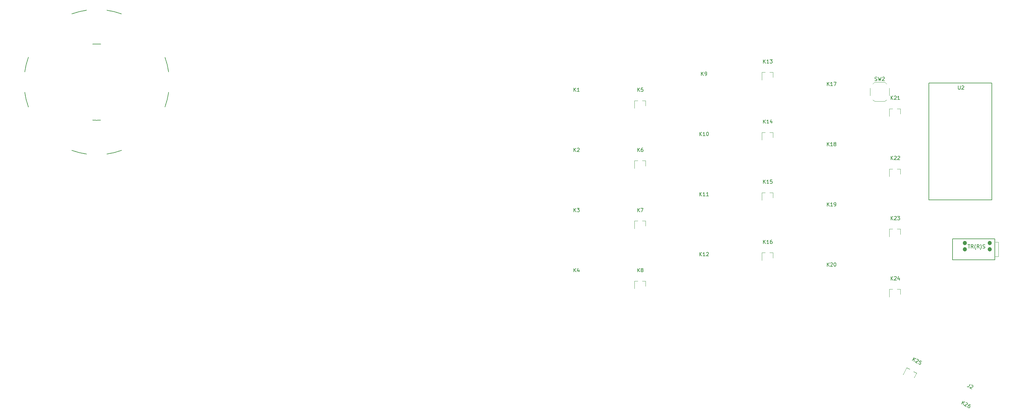
<source format=gbr>
%TF.GenerationSoftware,KiCad,Pcbnew,7.0.6*%
%TF.CreationDate,2023-11-22T22:17:55+08:00*%
%TF.ProjectId,handfull,68616e64-6675-46c6-9c2e-6b696361645f,rev?*%
%TF.SameCoordinates,Original*%
%TF.FileFunction,Legend,Top*%
%TF.FilePolarity,Positive*%
%FSLAX46Y46*%
G04 Gerber Fmt 4.6, Leading zero omitted, Abs format (unit mm)*
G04 Created by KiCad (PCBNEW 7.0.6) date 2023-11-22 22:17:55*
%MOMM*%
%LPD*%
G01*
G04 APERTURE LIST*
%ADD10C,0.150000*%
%ADD11C,0.153000*%
%ADD12C,0.120000*%
%ADD13C,0.200000*%
%ADD14C,1.200000*%
G04 APERTURE END LIST*
D10*
X194806901Y-138262226D02*
X195279452Y-137380923D01*
X195310503Y-138532255D02*
X195202831Y-137826132D01*
X195783054Y-137650952D02*
X195009423Y-137884525D01*
X196073784Y-137914905D02*
X196138253Y-137895441D01*
X196138253Y-137895441D02*
X196244689Y-137898479D01*
X196244689Y-137898479D02*
X196454523Y-138010991D01*
X196454523Y-138010991D02*
X196515954Y-138097962D01*
X196515954Y-138097962D02*
X196535419Y-138162432D01*
X196535419Y-138162432D02*
X196532381Y-138268868D01*
X196532381Y-138268868D02*
X196487376Y-138352801D01*
X196487376Y-138352801D02*
X196377902Y-138456199D01*
X196377902Y-138456199D02*
X195604271Y-138689772D01*
X195604271Y-138689772D02*
X196149840Y-138982304D01*
X197377794Y-138506044D02*
X197209926Y-138416034D01*
X197209926Y-138416034D02*
X197103490Y-138412996D01*
X197103490Y-138412996D02*
X197039021Y-138432461D01*
X197039021Y-138432461D02*
X196887580Y-138513356D01*
X196887580Y-138513356D02*
X196755603Y-138658721D01*
X196755603Y-138658721D02*
X196575584Y-138994456D01*
X196575584Y-138994456D02*
X196572546Y-139100892D01*
X196572546Y-139100892D02*
X196592011Y-139165361D01*
X196592011Y-139165361D02*
X196653442Y-139252333D01*
X196653442Y-139252333D02*
X196821309Y-139342342D01*
X196821309Y-139342342D02*
X196927745Y-139345380D01*
X196927745Y-139345380D02*
X196992214Y-139325916D01*
X196992214Y-139325916D02*
X197079186Y-139264485D01*
X197079186Y-139264485D02*
X197191698Y-139054651D01*
X197191698Y-139054651D02*
X197194736Y-138948215D01*
X197194736Y-138948215D02*
X197175272Y-138883745D01*
X197175272Y-138883745D02*
X197113841Y-138796774D01*
X197113841Y-138796774D02*
X196945973Y-138706764D01*
X196945973Y-138706764D02*
X196839537Y-138703726D01*
X196839537Y-138703726D02*
X196775068Y-138723190D01*
X196775068Y-138723190D02*
X196688096Y-138784622D01*
X180954732Y-125983197D02*
X181427283Y-125101894D01*
X181458334Y-126253226D02*
X181350662Y-125547103D01*
X181930885Y-125371923D02*
X181157254Y-125605496D01*
X182221615Y-125635876D02*
X182286084Y-125616412D01*
X182286084Y-125616412D02*
X182392520Y-125619450D01*
X182392520Y-125619450D02*
X182602354Y-125731962D01*
X182602354Y-125731962D02*
X182663785Y-125818933D01*
X182663785Y-125818933D02*
X182683250Y-125883403D01*
X182683250Y-125883403D02*
X182680212Y-125989839D01*
X182680212Y-125989839D02*
X182635207Y-126073772D01*
X182635207Y-126073772D02*
X182525733Y-126177170D01*
X182525733Y-126177170D02*
X181752102Y-126410743D01*
X181752102Y-126410743D02*
X182297671Y-126703275D01*
X183567591Y-126249517D02*
X183147923Y-126024493D01*
X183147923Y-126024493D02*
X182880932Y-126421659D01*
X182880932Y-126421659D02*
X182945401Y-126402195D01*
X182945401Y-126402195D02*
X183051837Y-126405233D01*
X183051837Y-126405233D02*
X183261672Y-126517745D01*
X183261672Y-126517745D02*
X183323103Y-126604716D01*
X183323103Y-126604716D02*
X183342567Y-126669186D01*
X183342567Y-126669186D02*
X183339529Y-126775622D01*
X183339529Y-126775622D02*
X183227017Y-126985456D01*
X183227017Y-126985456D02*
X183140045Y-127046887D01*
X183140045Y-127046887D02*
X183075576Y-127066351D01*
X183075576Y-127066351D02*
X182969140Y-127063313D01*
X182969140Y-127063313D02*
X182759306Y-126950801D01*
X182759306Y-126950801D02*
X182697875Y-126863830D01*
X182697875Y-126863830D02*
X182678410Y-126799360D01*
D11*
X170376667Y-46867044D02*
X170519524Y-46914663D01*
X170519524Y-46914663D02*
X170757619Y-46914663D01*
X170757619Y-46914663D02*
X170852857Y-46867044D01*
X170852857Y-46867044D02*
X170900476Y-46819424D01*
X170900476Y-46819424D02*
X170948095Y-46724186D01*
X170948095Y-46724186D02*
X170948095Y-46628948D01*
X170948095Y-46628948D02*
X170900476Y-46533710D01*
X170900476Y-46533710D02*
X170852857Y-46486091D01*
X170852857Y-46486091D02*
X170757619Y-46438472D01*
X170757619Y-46438472D02*
X170567143Y-46390853D01*
X170567143Y-46390853D02*
X170471905Y-46343234D01*
X170471905Y-46343234D02*
X170424286Y-46295615D01*
X170424286Y-46295615D02*
X170376667Y-46200377D01*
X170376667Y-46200377D02*
X170376667Y-46105139D01*
X170376667Y-46105139D02*
X170424286Y-46009901D01*
X170424286Y-46009901D02*
X170471905Y-45962282D01*
X170471905Y-45962282D02*
X170567143Y-45914663D01*
X170567143Y-45914663D02*
X170805238Y-45914663D01*
X170805238Y-45914663D02*
X170948095Y-45962282D01*
X171281429Y-45914663D02*
X171519524Y-46914663D01*
X171519524Y-46914663D02*
X171710000Y-46200377D01*
X171710000Y-46200377D02*
X171900476Y-46914663D01*
X171900476Y-46914663D02*
X172138572Y-45914663D01*
X172471905Y-46009901D02*
X172519524Y-45962282D01*
X172519524Y-45962282D02*
X172614762Y-45914663D01*
X172614762Y-45914663D02*
X172852857Y-45914663D01*
X172852857Y-45914663D02*
X172948095Y-45962282D01*
X172948095Y-45962282D02*
X172995714Y-46009901D01*
X172995714Y-46009901D02*
X173043333Y-46105139D01*
X173043333Y-46105139D02*
X173043333Y-46200377D01*
X173043333Y-46200377D02*
X172995714Y-46343234D01*
X172995714Y-46343234D02*
X172424286Y-46914663D01*
X172424286Y-46914663D02*
X173043333Y-46914663D01*
D10*
X193898095Y-48374819D02*
X193898095Y-49184342D01*
X193898095Y-49184342D02*
X193945714Y-49279580D01*
X193945714Y-49279580D02*
X193993333Y-49327200D01*
X193993333Y-49327200D02*
X194088571Y-49374819D01*
X194088571Y-49374819D02*
X194279047Y-49374819D01*
X194279047Y-49374819D02*
X194374285Y-49327200D01*
X194374285Y-49327200D02*
X194421904Y-49279580D01*
X194421904Y-49279580D02*
X194469523Y-49184342D01*
X194469523Y-49184342D02*
X194469523Y-48374819D01*
X194898095Y-48470057D02*
X194945714Y-48422438D01*
X194945714Y-48422438D02*
X195040952Y-48374819D01*
X195040952Y-48374819D02*
X195279047Y-48374819D01*
X195279047Y-48374819D02*
X195374285Y-48422438D01*
X195374285Y-48422438D02*
X195421904Y-48470057D01*
X195421904Y-48470057D02*
X195469523Y-48565295D01*
X195469523Y-48565295D02*
X195469523Y-48660533D01*
X195469523Y-48660533D02*
X195421904Y-48803390D01*
X195421904Y-48803390D02*
X194850476Y-49374819D01*
X194850476Y-49374819D02*
X195469523Y-49374819D01*
X85361905Y-83954819D02*
X85361905Y-82954819D01*
X85933333Y-83954819D02*
X85504762Y-83383390D01*
X85933333Y-82954819D02*
X85361905Y-83526247D01*
X86266667Y-82954819D02*
X86885714Y-82954819D01*
X86885714Y-82954819D02*
X86552381Y-83335771D01*
X86552381Y-83335771D02*
X86695238Y-83335771D01*
X86695238Y-83335771D02*
X86790476Y-83383390D01*
X86790476Y-83383390D02*
X86838095Y-83431009D01*
X86838095Y-83431009D02*
X86885714Y-83526247D01*
X86885714Y-83526247D02*
X86885714Y-83764342D01*
X86885714Y-83764342D02*
X86838095Y-83859580D01*
X86838095Y-83859580D02*
X86790476Y-83907200D01*
X86790476Y-83907200D02*
X86695238Y-83954819D01*
X86695238Y-83954819D02*
X86409524Y-83954819D01*
X86409524Y-83954819D02*
X86314286Y-83907200D01*
X86314286Y-83907200D02*
X86266667Y-83859580D01*
X103361905Y-83954819D02*
X103361905Y-82954819D01*
X103933333Y-83954819D02*
X103504762Y-83383390D01*
X103933333Y-82954819D02*
X103361905Y-83526247D01*
X104266667Y-82954819D02*
X104933333Y-82954819D01*
X104933333Y-82954819D02*
X104504762Y-83954819D01*
X138885714Y-92954819D02*
X138885714Y-91954819D01*
X139457142Y-92954819D02*
X139028571Y-92383390D01*
X139457142Y-91954819D02*
X138885714Y-92526247D01*
X140409523Y-92954819D02*
X139838095Y-92954819D01*
X140123809Y-92954819D02*
X140123809Y-91954819D01*
X140123809Y-91954819D02*
X140028571Y-92097676D01*
X140028571Y-92097676D02*
X139933333Y-92192914D01*
X139933333Y-92192914D02*
X139838095Y-92240533D01*
X141266666Y-91954819D02*
X141076190Y-91954819D01*
X141076190Y-91954819D02*
X140980952Y-92002438D01*
X140980952Y-92002438D02*
X140933333Y-92050057D01*
X140933333Y-92050057D02*
X140838095Y-92192914D01*
X140838095Y-92192914D02*
X140790476Y-92383390D01*
X140790476Y-92383390D02*
X140790476Y-92764342D01*
X140790476Y-92764342D02*
X140838095Y-92859580D01*
X140838095Y-92859580D02*
X140885714Y-92907200D01*
X140885714Y-92907200D02*
X140980952Y-92954819D01*
X140980952Y-92954819D02*
X141171428Y-92954819D01*
X141171428Y-92954819D02*
X141266666Y-92907200D01*
X141266666Y-92907200D02*
X141314285Y-92859580D01*
X141314285Y-92859580D02*
X141361904Y-92764342D01*
X141361904Y-92764342D02*
X141361904Y-92526247D01*
X141361904Y-92526247D02*
X141314285Y-92431009D01*
X141314285Y-92431009D02*
X141266666Y-92383390D01*
X141266666Y-92383390D02*
X141171428Y-92335771D01*
X141171428Y-92335771D02*
X140980952Y-92335771D01*
X140980952Y-92335771D02*
X140885714Y-92383390D01*
X140885714Y-92383390D02*
X140838095Y-92431009D01*
X140838095Y-92431009D02*
X140790476Y-92526247D01*
X156885714Y-48354819D02*
X156885714Y-47354819D01*
X157457142Y-48354819D02*
X157028571Y-47783390D01*
X157457142Y-47354819D02*
X156885714Y-47926247D01*
X158409523Y-48354819D02*
X157838095Y-48354819D01*
X158123809Y-48354819D02*
X158123809Y-47354819D01*
X158123809Y-47354819D02*
X158028571Y-47497676D01*
X158028571Y-47497676D02*
X157933333Y-47592914D01*
X157933333Y-47592914D02*
X157838095Y-47640533D01*
X158742857Y-47354819D02*
X159409523Y-47354819D01*
X159409523Y-47354819D02*
X158980952Y-48354819D01*
X120885714Y-79454819D02*
X120885714Y-78454819D01*
X121457142Y-79454819D02*
X121028571Y-78883390D01*
X121457142Y-78454819D02*
X120885714Y-79026247D01*
X122409523Y-79454819D02*
X121838095Y-79454819D01*
X122123809Y-79454819D02*
X122123809Y-78454819D01*
X122123809Y-78454819D02*
X122028571Y-78597676D01*
X122028571Y-78597676D02*
X121933333Y-78692914D01*
X121933333Y-78692914D02*
X121838095Y-78740533D01*
X123361904Y-79454819D02*
X122790476Y-79454819D01*
X123076190Y-79454819D02*
X123076190Y-78454819D01*
X123076190Y-78454819D02*
X122980952Y-78597676D01*
X122980952Y-78597676D02*
X122885714Y-78692914D01*
X122885714Y-78692914D02*
X122790476Y-78740533D01*
X103361905Y-49954819D02*
X103361905Y-48954819D01*
X103933333Y-49954819D02*
X103504762Y-49383390D01*
X103933333Y-48954819D02*
X103361905Y-49526247D01*
X104838095Y-48954819D02*
X104361905Y-48954819D01*
X104361905Y-48954819D02*
X104314286Y-49431009D01*
X104314286Y-49431009D02*
X104361905Y-49383390D01*
X104361905Y-49383390D02*
X104457143Y-49335771D01*
X104457143Y-49335771D02*
X104695238Y-49335771D01*
X104695238Y-49335771D02*
X104790476Y-49383390D01*
X104790476Y-49383390D02*
X104838095Y-49431009D01*
X104838095Y-49431009D02*
X104885714Y-49526247D01*
X104885714Y-49526247D02*
X104885714Y-49764342D01*
X104885714Y-49764342D02*
X104838095Y-49859580D01*
X104838095Y-49859580D02*
X104790476Y-49907200D01*
X104790476Y-49907200D02*
X104695238Y-49954819D01*
X104695238Y-49954819D02*
X104457143Y-49954819D01*
X104457143Y-49954819D02*
X104361905Y-49907200D01*
X104361905Y-49907200D02*
X104314286Y-49859580D01*
X174885714Y-86254819D02*
X174885714Y-85254819D01*
X175457142Y-86254819D02*
X175028571Y-85683390D01*
X175457142Y-85254819D02*
X174885714Y-85826247D01*
X175838095Y-85350057D02*
X175885714Y-85302438D01*
X175885714Y-85302438D02*
X175980952Y-85254819D01*
X175980952Y-85254819D02*
X176219047Y-85254819D01*
X176219047Y-85254819D02*
X176314285Y-85302438D01*
X176314285Y-85302438D02*
X176361904Y-85350057D01*
X176361904Y-85350057D02*
X176409523Y-85445295D01*
X176409523Y-85445295D02*
X176409523Y-85540533D01*
X176409523Y-85540533D02*
X176361904Y-85683390D01*
X176361904Y-85683390D02*
X175790476Y-86254819D01*
X175790476Y-86254819D02*
X176409523Y-86254819D01*
X176742857Y-85254819D02*
X177361904Y-85254819D01*
X177361904Y-85254819D02*
X177028571Y-85635771D01*
X177028571Y-85635771D02*
X177171428Y-85635771D01*
X177171428Y-85635771D02*
X177266666Y-85683390D01*
X177266666Y-85683390D02*
X177314285Y-85731009D01*
X177314285Y-85731009D02*
X177361904Y-85826247D01*
X177361904Y-85826247D02*
X177361904Y-86064342D01*
X177361904Y-86064342D02*
X177314285Y-86159580D01*
X177314285Y-86159580D02*
X177266666Y-86207200D01*
X177266666Y-86207200D02*
X177171428Y-86254819D01*
X177171428Y-86254819D02*
X176885714Y-86254819D01*
X176885714Y-86254819D02*
X176790476Y-86207200D01*
X176790476Y-86207200D02*
X176742857Y-86159580D01*
X138885714Y-58954819D02*
X138885714Y-57954819D01*
X139457142Y-58954819D02*
X139028571Y-58383390D01*
X139457142Y-57954819D02*
X138885714Y-58526247D01*
X140409523Y-58954819D02*
X139838095Y-58954819D01*
X140123809Y-58954819D02*
X140123809Y-57954819D01*
X140123809Y-57954819D02*
X140028571Y-58097676D01*
X140028571Y-58097676D02*
X139933333Y-58192914D01*
X139933333Y-58192914D02*
X139838095Y-58240533D01*
X141266666Y-58288152D02*
X141266666Y-58954819D01*
X141028571Y-57907200D02*
X140790476Y-58621485D01*
X140790476Y-58621485D02*
X141409523Y-58621485D01*
X196641428Y-93234819D02*
X197212856Y-93234819D01*
X196927142Y-94234819D02*
X196927142Y-93234819D01*
X198117618Y-94234819D02*
X197784285Y-93758628D01*
X197546190Y-94234819D02*
X197546190Y-93234819D01*
X197546190Y-93234819D02*
X197927142Y-93234819D01*
X197927142Y-93234819D02*
X198022380Y-93282438D01*
X198022380Y-93282438D02*
X198069999Y-93330057D01*
X198069999Y-93330057D02*
X198117618Y-93425295D01*
X198117618Y-93425295D02*
X198117618Y-93568152D01*
X198117618Y-93568152D02*
X198069999Y-93663390D01*
X198069999Y-93663390D02*
X198022380Y-93711009D01*
X198022380Y-93711009D02*
X197927142Y-93758628D01*
X197927142Y-93758628D02*
X197546190Y-93758628D01*
X198831904Y-94615771D02*
X198784285Y-94568152D01*
X198784285Y-94568152D02*
X198689047Y-94425295D01*
X198689047Y-94425295D02*
X198641428Y-94330057D01*
X198641428Y-94330057D02*
X198593809Y-94187200D01*
X198593809Y-94187200D02*
X198546190Y-93949104D01*
X198546190Y-93949104D02*
X198546190Y-93758628D01*
X198546190Y-93758628D02*
X198593809Y-93520533D01*
X198593809Y-93520533D02*
X198641428Y-93377676D01*
X198641428Y-93377676D02*
X198689047Y-93282438D01*
X198689047Y-93282438D02*
X198784285Y-93139580D01*
X198784285Y-93139580D02*
X198831904Y-93091961D01*
X199784285Y-94234819D02*
X199450952Y-93758628D01*
X199212857Y-94234819D02*
X199212857Y-93234819D01*
X199212857Y-93234819D02*
X199593809Y-93234819D01*
X199593809Y-93234819D02*
X199689047Y-93282438D01*
X199689047Y-93282438D02*
X199736666Y-93330057D01*
X199736666Y-93330057D02*
X199784285Y-93425295D01*
X199784285Y-93425295D02*
X199784285Y-93568152D01*
X199784285Y-93568152D02*
X199736666Y-93663390D01*
X199736666Y-93663390D02*
X199689047Y-93711009D01*
X199689047Y-93711009D02*
X199593809Y-93758628D01*
X199593809Y-93758628D02*
X199212857Y-93758628D01*
X200117619Y-94615771D02*
X200165238Y-94568152D01*
X200165238Y-94568152D02*
X200260476Y-94425295D01*
X200260476Y-94425295D02*
X200308095Y-94330057D01*
X200308095Y-94330057D02*
X200355714Y-94187200D01*
X200355714Y-94187200D02*
X200403333Y-93949104D01*
X200403333Y-93949104D02*
X200403333Y-93758628D01*
X200403333Y-93758628D02*
X200355714Y-93520533D01*
X200355714Y-93520533D02*
X200308095Y-93377676D01*
X200308095Y-93377676D02*
X200260476Y-93282438D01*
X200260476Y-93282438D02*
X200165238Y-93139580D01*
X200165238Y-93139580D02*
X200117619Y-93091961D01*
X200831905Y-94187200D02*
X200974762Y-94234819D01*
X200974762Y-94234819D02*
X201212857Y-94234819D01*
X201212857Y-94234819D02*
X201308095Y-94187200D01*
X201308095Y-94187200D02*
X201355714Y-94139580D01*
X201355714Y-94139580D02*
X201403333Y-94044342D01*
X201403333Y-94044342D02*
X201403333Y-93949104D01*
X201403333Y-93949104D02*
X201355714Y-93853866D01*
X201355714Y-93853866D02*
X201308095Y-93806247D01*
X201308095Y-93806247D02*
X201212857Y-93758628D01*
X201212857Y-93758628D02*
X201022381Y-93711009D01*
X201022381Y-93711009D02*
X200927143Y-93663390D01*
X200927143Y-93663390D02*
X200879524Y-93615771D01*
X200879524Y-93615771D02*
X200831905Y-93520533D01*
X200831905Y-93520533D02*
X200831905Y-93425295D01*
X200831905Y-93425295D02*
X200879524Y-93330057D01*
X200879524Y-93330057D02*
X200927143Y-93282438D01*
X200927143Y-93282438D02*
X201022381Y-93234819D01*
X201022381Y-93234819D02*
X201260476Y-93234819D01*
X201260476Y-93234819D02*
X201403333Y-93282438D01*
X156885714Y-65354819D02*
X156885714Y-64354819D01*
X157457142Y-65354819D02*
X157028571Y-64783390D01*
X157457142Y-64354819D02*
X156885714Y-64926247D01*
X158409523Y-65354819D02*
X157838095Y-65354819D01*
X158123809Y-65354819D02*
X158123809Y-64354819D01*
X158123809Y-64354819D02*
X158028571Y-64497676D01*
X158028571Y-64497676D02*
X157933333Y-64592914D01*
X157933333Y-64592914D02*
X157838095Y-64640533D01*
X158980952Y-64783390D02*
X158885714Y-64735771D01*
X158885714Y-64735771D02*
X158838095Y-64688152D01*
X158838095Y-64688152D02*
X158790476Y-64592914D01*
X158790476Y-64592914D02*
X158790476Y-64545295D01*
X158790476Y-64545295D02*
X158838095Y-64450057D01*
X158838095Y-64450057D02*
X158885714Y-64402438D01*
X158885714Y-64402438D02*
X158980952Y-64354819D01*
X158980952Y-64354819D02*
X159171428Y-64354819D01*
X159171428Y-64354819D02*
X159266666Y-64402438D01*
X159266666Y-64402438D02*
X159314285Y-64450057D01*
X159314285Y-64450057D02*
X159361904Y-64545295D01*
X159361904Y-64545295D02*
X159361904Y-64592914D01*
X159361904Y-64592914D02*
X159314285Y-64688152D01*
X159314285Y-64688152D02*
X159266666Y-64735771D01*
X159266666Y-64735771D02*
X159171428Y-64783390D01*
X159171428Y-64783390D02*
X158980952Y-64783390D01*
X158980952Y-64783390D02*
X158885714Y-64831009D01*
X158885714Y-64831009D02*
X158838095Y-64878628D01*
X158838095Y-64878628D02*
X158790476Y-64973866D01*
X158790476Y-64973866D02*
X158790476Y-65164342D01*
X158790476Y-65164342D02*
X158838095Y-65259580D01*
X158838095Y-65259580D02*
X158885714Y-65307200D01*
X158885714Y-65307200D02*
X158980952Y-65354819D01*
X158980952Y-65354819D02*
X159171428Y-65354819D01*
X159171428Y-65354819D02*
X159266666Y-65307200D01*
X159266666Y-65307200D02*
X159314285Y-65259580D01*
X159314285Y-65259580D02*
X159361904Y-65164342D01*
X159361904Y-65164342D02*
X159361904Y-64973866D01*
X159361904Y-64973866D02*
X159314285Y-64878628D01*
X159314285Y-64878628D02*
X159266666Y-64831009D01*
X159266666Y-64831009D02*
X159171428Y-64783390D01*
X120885714Y-62454819D02*
X120885714Y-61454819D01*
X121457142Y-62454819D02*
X121028571Y-61883390D01*
X121457142Y-61454819D02*
X120885714Y-62026247D01*
X122409523Y-62454819D02*
X121838095Y-62454819D01*
X122123809Y-62454819D02*
X122123809Y-61454819D01*
X122123809Y-61454819D02*
X122028571Y-61597676D01*
X122028571Y-61597676D02*
X121933333Y-61692914D01*
X121933333Y-61692914D02*
X121838095Y-61740533D01*
X123028571Y-61454819D02*
X123123809Y-61454819D01*
X123123809Y-61454819D02*
X123219047Y-61502438D01*
X123219047Y-61502438D02*
X123266666Y-61550057D01*
X123266666Y-61550057D02*
X123314285Y-61645295D01*
X123314285Y-61645295D02*
X123361904Y-61835771D01*
X123361904Y-61835771D02*
X123361904Y-62073866D01*
X123361904Y-62073866D02*
X123314285Y-62264342D01*
X123314285Y-62264342D02*
X123266666Y-62359580D01*
X123266666Y-62359580D02*
X123219047Y-62407200D01*
X123219047Y-62407200D02*
X123123809Y-62454819D01*
X123123809Y-62454819D02*
X123028571Y-62454819D01*
X123028571Y-62454819D02*
X122933333Y-62407200D01*
X122933333Y-62407200D02*
X122885714Y-62359580D01*
X122885714Y-62359580D02*
X122838095Y-62264342D01*
X122838095Y-62264342D02*
X122790476Y-62073866D01*
X122790476Y-62073866D02*
X122790476Y-61835771D01*
X122790476Y-61835771D02*
X122838095Y-61645295D01*
X122838095Y-61645295D02*
X122885714Y-61550057D01*
X122885714Y-61550057D02*
X122933333Y-61502438D01*
X122933333Y-61502438D02*
X123028571Y-61454819D01*
X103361905Y-66954819D02*
X103361905Y-65954819D01*
X103933333Y-66954819D02*
X103504762Y-66383390D01*
X103933333Y-65954819D02*
X103361905Y-66526247D01*
X104790476Y-65954819D02*
X104600000Y-65954819D01*
X104600000Y-65954819D02*
X104504762Y-66002438D01*
X104504762Y-66002438D02*
X104457143Y-66050057D01*
X104457143Y-66050057D02*
X104361905Y-66192914D01*
X104361905Y-66192914D02*
X104314286Y-66383390D01*
X104314286Y-66383390D02*
X104314286Y-66764342D01*
X104314286Y-66764342D02*
X104361905Y-66859580D01*
X104361905Y-66859580D02*
X104409524Y-66907200D01*
X104409524Y-66907200D02*
X104504762Y-66954819D01*
X104504762Y-66954819D02*
X104695238Y-66954819D01*
X104695238Y-66954819D02*
X104790476Y-66907200D01*
X104790476Y-66907200D02*
X104838095Y-66859580D01*
X104838095Y-66859580D02*
X104885714Y-66764342D01*
X104885714Y-66764342D02*
X104885714Y-66526247D01*
X104885714Y-66526247D02*
X104838095Y-66431009D01*
X104838095Y-66431009D02*
X104790476Y-66383390D01*
X104790476Y-66383390D02*
X104695238Y-66335771D01*
X104695238Y-66335771D02*
X104504762Y-66335771D01*
X104504762Y-66335771D02*
X104409524Y-66383390D01*
X104409524Y-66383390D02*
X104361905Y-66431009D01*
X104361905Y-66431009D02*
X104314286Y-66526247D01*
X120885714Y-96454819D02*
X120885714Y-95454819D01*
X121457142Y-96454819D02*
X121028571Y-95883390D01*
X121457142Y-95454819D02*
X120885714Y-96026247D01*
X122409523Y-96454819D02*
X121838095Y-96454819D01*
X122123809Y-96454819D02*
X122123809Y-95454819D01*
X122123809Y-95454819D02*
X122028571Y-95597676D01*
X122028571Y-95597676D02*
X121933333Y-95692914D01*
X121933333Y-95692914D02*
X121838095Y-95740533D01*
X122790476Y-95550057D02*
X122838095Y-95502438D01*
X122838095Y-95502438D02*
X122933333Y-95454819D01*
X122933333Y-95454819D02*
X123171428Y-95454819D01*
X123171428Y-95454819D02*
X123266666Y-95502438D01*
X123266666Y-95502438D02*
X123314285Y-95550057D01*
X123314285Y-95550057D02*
X123361904Y-95645295D01*
X123361904Y-95645295D02*
X123361904Y-95740533D01*
X123361904Y-95740533D02*
X123314285Y-95883390D01*
X123314285Y-95883390D02*
X122742857Y-96454819D01*
X122742857Y-96454819D02*
X123361904Y-96454819D01*
X174885714Y-69254819D02*
X174885714Y-68254819D01*
X175457142Y-69254819D02*
X175028571Y-68683390D01*
X175457142Y-68254819D02*
X174885714Y-68826247D01*
X175838095Y-68350057D02*
X175885714Y-68302438D01*
X175885714Y-68302438D02*
X175980952Y-68254819D01*
X175980952Y-68254819D02*
X176219047Y-68254819D01*
X176219047Y-68254819D02*
X176314285Y-68302438D01*
X176314285Y-68302438D02*
X176361904Y-68350057D01*
X176361904Y-68350057D02*
X176409523Y-68445295D01*
X176409523Y-68445295D02*
X176409523Y-68540533D01*
X176409523Y-68540533D02*
X176361904Y-68683390D01*
X176361904Y-68683390D02*
X175790476Y-69254819D01*
X175790476Y-69254819D02*
X176409523Y-69254819D01*
X176790476Y-68350057D02*
X176838095Y-68302438D01*
X176838095Y-68302438D02*
X176933333Y-68254819D01*
X176933333Y-68254819D02*
X177171428Y-68254819D01*
X177171428Y-68254819D02*
X177266666Y-68302438D01*
X177266666Y-68302438D02*
X177314285Y-68350057D01*
X177314285Y-68350057D02*
X177361904Y-68445295D01*
X177361904Y-68445295D02*
X177361904Y-68540533D01*
X177361904Y-68540533D02*
X177314285Y-68683390D01*
X177314285Y-68683390D02*
X176742857Y-69254819D01*
X176742857Y-69254819D02*
X177361904Y-69254819D01*
X156885714Y-99354819D02*
X156885714Y-98354819D01*
X157457142Y-99354819D02*
X157028571Y-98783390D01*
X157457142Y-98354819D02*
X156885714Y-98926247D01*
X157838095Y-98450057D02*
X157885714Y-98402438D01*
X157885714Y-98402438D02*
X157980952Y-98354819D01*
X157980952Y-98354819D02*
X158219047Y-98354819D01*
X158219047Y-98354819D02*
X158314285Y-98402438D01*
X158314285Y-98402438D02*
X158361904Y-98450057D01*
X158361904Y-98450057D02*
X158409523Y-98545295D01*
X158409523Y-98545295D02*
X158409523Y-98640533D01*
X158409523Y-98640533D02*
X158361904Y-98783390D01*
X158361904Y-98783390D02*
X157790476Y-99354819D01*
X157790476Y-99354819D02*
X158409523Y-99354819D01*
X159028571Y-98354819D02*
X159123809Y-98354819D01*
X159123809Y-98354819D02*
X159219047Y-98402438D01*
X159219047Y-98402438D02*
X159266666Y-98450057D01*
X159266666Y-98450057D02*
X159314285Y-98545295D01*
X159314285Y-98545295D02*
X159361904Y-98735771D01*
X159361904Y-98735771D02*
X159361904Y-98973866D01*
X159361904Y-98973866D02*
X159314285Y-99164342D01*
X159314285Y-99164342D02*
X159266666Y-99259580D01*
X159266666Y-99259580D02*
X159219047Y-99307200D01*
X159219047Y-99307200D02*
X159123809Y-99354819D01*
X159123809Y-99354819D02*
X159028571Y-99354819D01*
X159028571Y-99354819D02*
X158933333Y-99307200D01*
X158933333Y-99307200D02*
X158885714Y-99259580D01*
X158885714Y-99259580D02*
X158838095Y-99164342D01*
X158838095Y-99164342D02*
X158790476Y-98973866D01*
X158790476Y-98973866D02*
X158790476Y-98735771D01*
X158790476Y-98735771D02*
X158838095Y-98545295D01*
X158838095Y-98545295D02*
X158885714Y-98450057D01*
X158885714Y-98450057D02*
X158933333Y-98402438D01*
X158933333Y-98402438D02*
X159028571Y-98354819D01*
X138885714Y-75954819D02*
X138885714Y-74954819D01*
X139457142Y-75954819D02*
X139028571Y-75383390D01*
X139457142Y-74954819D02*
X138885714Y-75526247D01*
X140409523Y-75954819D02*
X139838095Y-75954819D01*
X140123809Y-75954819D02*
X140123809Y-74954819D01*
X140123809Y-74954819D02*
X140028571Y-75097676D01*
X140028571Y-75097676D02*
X139933333Y-75192914D01*
X139933333Y-75192914D02*
X139838095Y-75240533D01*
X141314285Y-74954819D02*
X140838095Y-74954819D01*
X140838095Y-74954819D02*
X140790476Y-75431009D01*
X140790476Y-75431009D02*
X140838095Y-75383390D01*
X140838095Y-75383390D02*
X140933333Y-75335771D01*
X140933333Y-75335771D02*
X141171428Y-75335771D01*
X141171428Y-75335771D02*
X141266666Y-75383390D01*
X141266666Y-75383390D02*
X141314285Y-75431009D01*
X141314285Y-75431009D02*
X141361904Y-75526247D01*
X141361904Y-75526247D02*
X141361904Y-75764342D01*
X141361904Y-75764342D02*
X141314285Y-75859580D01*
X141314285Y-75859580D02*
X141266666Y-75907200D01*
X141266666Y-75907200D02*
X141171428Y-75954819D01*
X141171428Y-75954819D02*
X140933333Y-75954819D01*
X140933333Y-75954819D02*
X140838095Y-75907200D01*
X140838095Y-75907200D02*
X140790476Y-75859580D01*
X85361905Y-100954819D02*
X85361905Y-99954819D01*
X85933333Y-100954819D02*
X85504762Y-100383390D01*
X85933333Y-99954819D02*
X85361905Y-100526247D01*
X86790476Y-100288152D02*
X86790476Y-100954819D01*
X86552381Y-99907200D02*
X86314286Y-100621485D01*
X86314286Y-100621485D02*
X86933333Y-100621485D01*
X174885714Y-52254819D02*
X174885714Y-51254819D01*
X175457142Y-52254819D02*
X175028571Y-51683390D01*
X175457142Y-51254819D02*
X174885714Y-51826247D01*
X175838095Y-51350057D02*
X175885714Y-51302438D01*
X175885714Y-51302438D02*
X175980952Y-51254819D01*
X175980952Y-51254819D02*
X176219047Y-51254819D01*
X176219047Y-51254819D02*
X176314285Y-51302438D01*
X176314285Y-51302438D02*
X176361904Y-51350057D01*
X176361904Y-51350057D02*
X176409523Y-51445295D01*
X176409523Y-51445295D02*
X176409523Y-51540533D01*
X176409523Y-51540533D02*
X176361904Y-51683390D01*
X176361904Y-51683390D02*
X175790476Y-52254819D01*
X175790476Y-52254819D02*
X176409523Y-52254819D01*
X177361904Y-52254819D02*
X176790476Y-52254819D01*
X177076190Y-52254819D02*
X177076190Y-51254819D01*
X177076190Y-51254819D02*
X176980952Y-51397676D01*
X176980952Y-51397676D02*
X176885714Y-51492914D01*
X176885714Y-51492914D02*
X176790476Y-51540533D01*
X138885714Y-41954819D02*
X138885714Y-40954819D01*
X139457142Y-41954819D02*
X139028571Y-41383390D01*
X139457142Y-40954819D02*
X138885714Y-41526247D01*
X140409523Y-41954819D02*
X139838095Y-41954819D01*
X140123809Y-41954819D02*
X140123809Y-40954819D01*
X140123809Y-40954819D02*
X140028571Y-41097676D01*
X140028571Y-41097676D02*
X139933333Y-41192914D01*
X139933333Y-41192914D02*
X139838095Y-41240533D01*
X140742857Y-40954819D02*
X141361904Y-40954819D01*
X141361904Y-40954819D02*
X141028571Y-41335771D01*
X141028571Y-41335771D02*
X141171428Y-41335771D01*
X141171428Y-41335771D02*
X141266666Y-41383390D01*
X141266666Y-41383390D02*
X141314285Y-41431009D01*
X141314285Y-41431009D02*
X141361904Y-41526247D01*
X141361904Y-41526247D02*
X141361904Y-41764342D01*
X141361904Y-41764342D02*
X141314285Y-41859580D01*
X141314285Y-41859580D02*
X141266666Y-41907200D01*
X141266666Y-41907200D02*
X141171428Y-41954819D01*
X141171428Y-41954819D02*
X140885714Y-41954819D01*
X140885714Y-41954819D02*
X140790476Y-41907200D01*
X140790476Y-41907200D02*
X140742857Y-41859580D01*
X85361905Y-66954819D02*
X85361905Y-65954819D01*
X85933333Y-66954819D02*
X85504762Y-66383390D01*
X85933333Y-65954819D02*
X85361905Y-66526247D01*
X86314286Y-66050057D02*
X86361905Y-66002438D01*
X86361905Y-66002438D02*
X86457143Y-65954819D01*
X86457143Y-65954819D02*
X86695238Y-65954819D01*
X86695238Y-65954819D02*
X86790476Y-66002438D01*
X86790476Y-66002438D02*
X86838095Y-66050057D01*
X86838095Y-66050057D02*
X86885714Y-66145295D01*
X86885714Y-66145295D02*
X86885714Y-66240533D01*
X86885714Y-66240533D02*
X86838095Y-66383390D01*
X86838095Y-66383390D02*
X86266667Y-66954819D01*
X86266667Y-66954819D02*
X86885714Y-66954819D01*
X85361905Y-49954819D02*
X85361905Y-48954819D01*
X85933333Y-49954819D02*
X85504762Y-49383390D01*
X85933333Y-48954819D02*
X85361905Y-49526247D01*
X86885714Y-49954819D02*
X86314286Y-49954819D01*
X86600000Y-49954819D02*
X86600000Y-48954819D01*
X86600000Y-48954819D02*
X86504762Y-49097676D01*
X86504762Y-49097676D02*
X86409524Y-49192914D01*
X86409524Y-49192914D02*
X86314286Y-49240533D01*
X174885714Y-103254819D02*
X174885714Y-102254819D01*
X175457142Y-103254819D02*
X175028571Y-102683390D01*
X175457142Y-102254819D02*
X174885714Y-102826247D01*
X175838095Y-102350057D02*
X175885714Y-102302438D01*
X175885714Y-102302438D02*
X175980952Y-102254819D01*
X175980952Y-102254819D02*
X176219047Y-102254819D01*
X176219047Y-102254819D02*
X176314285Y-102302438D01*
X176314285Y-102302438D02*
X176361904Y-102350057D01*
X176361904Y-102350057D02*
X176409523Y-102445295D01*
X176409523Y-102445295D02*
X176409523Y-102540533D01*
X176409523Y-102540533D02*
X176361904Y-102683390D01*
X176361904Y-102683390D02*
X175790476Y-103254819D01*
X175790476Y-103254819D02*
X176409523Y-103254819D01*
X177266666Y-102588152D02*
X177266666Y-103254819D01*
X177028571Y-102207200D02*
X176790476Y-102921485D01*
X176790476Y-102921485D02*
X177409523Y-102921485D01*
X156885714Y-82354819D02*
X156885714Y-81354819D01*
X157457142Y-82354819D02*
X157028571Y-81783390D01*
X157457142Y-81354819D02*
X156885714Y-81926247D01*
X158409523Y-82354819D02*
X157838095Y-82354819D01*
X158123809Y-82354819D02*
X158123809Y-81354819D01*
X158123809Y-81354819D02*
X158028571Y-81497676D01*
X158028571Y-81497676D02*
X157933333Y-81592914D01*
X157933333Y-81592914D02*
X157838095Y-81640533D01*
X158885714Y-82354819D02*
X159076190Y-82354819D01*
X159076190Y-82354819D02*
X159171428Y-82307200D01*
X159171428Y-82307200D02*
X159219047Y-82259580D01*
X159219047Y-82259580D02*
X159314285Y-82116723D01*
X159314285Y-82116723D02*
X159361904Y-81926247D01*
X159361904Y-81926247D02*
X159361904Y-81545295D01*
X159361904Y-81545295D02*
X159314285Y-81450057D01*
X159314285Y-81450057D02*
X159266666Y-81402438D01*
X159266666Y-81402438D02*
X159171428Y-81354819D01*
X159171428Y-81354819D02*
X158980952Y-81354819D01*
X158980952Y-81354819D02*
X158885714Y-81402438D01*
X158885714Y-81402438D02*
X158838095Y-81450057D01*
X158838095Y-81450057D02*
X158790476Y-81545295D01*
X158790476Y-81545295D02*
X158790476Y-81783390D01*
X158790476Y-81783390D02*
X158838095Y-81878628D01*
X158838095Y-81878628D02*
X158885714Y-81926247D01*
X158885714Y-81926247D02*
X158980952Y-81973866D01*
X158980952Y-81973866D02*
X159171428Y-81973866D01*
X159171428Y-81973866D02*
X159266666Y-81926247D01*
X159266666Y-81926247D02*
X159314285Y-81878628D01*
X159314285Y-81878628D02*
X159361904Y-81783390D01*
X121361905Y-45454819D02*
X121361905Y-44454819D01*
X121933333Y-45454819D02*
X121504762Y-44883390D01*
X121933333Y-44454819D02*
X121361905Y-45026247D01*
X122409524Y-45454819D02*
X122600000Y-45454819D01*
X122600000Y-45454819D02*
X122695238Y-45407200D01*
X122695238Y-45407200D02*
X122742857Y-45359580D01*
X122742857Y-45359580D02*
X122838095Y-45216723D01*
X122838095Y-45216723D02*
X122885714Y-45026247D01*
X122885714Y-45026247D02*
X122885714Y-44645295D01*
X122885714Y-44645295D02*
X122838095Y-44550057D01*
X122838095Y-44550057D02*
X122790476Y-44502438D01*
X122790476Y-44502438D02*
X122695238Y-44454819D01*
X122695238Y-44454819D02*
X122504762Y-44454819D01*
X122504762Y-44454819D02*
X122409524Y-44502438D01*
X122409524Y-44502438D02*
X122361905Y-44550057D01*
X122361905Y-44550057D02*
X122314286Y-44645295D01*
X122314286Y-44645295D02*
X122314286Y-44883390D01*
X122314286Y-44883390D02*
X122361905Y-44978628D01*
X122361905Y-44978628D02*
X122409524Y-45026247D01*
X122409524Y-45026247D02*
X122504762Y-45073866D01*
X122504762Y-45073866D02*
X122695238Y-45073866D01*
X122695238Y-45073866D02*
X122790476Y-45026247D01*
X122790476Y-45026247D02*
X122838095Y-44978628D01*
X122838095Y-44978628D02*
X122885714Y-44883390D01*
X197273839Y-132662384D02*
X196936314Y-133291893D01*
X196936314Y-133291893D02*
X196826842Y-133395293D01*
X196826842Y-133395293D02*
X196697904Y-133434224D01*
X196697904Y-133434224D02*
X196549500Y-133408686D01*
X196549500Y-133408686D02*
X196465566Y-133363683D01*
X197606541Y-132948834D02*
X197671010Y-132929368D01*
X197671010Y-132929368D02*
X197777446Y-132932405D01*
X197777446Y-132932405D02*
X197987282Y-133044913D01*
X197987282Y-133044913D02*
X198048715Y-133131884D01*
X198048715Y-133131884D02*
X198068180Y-133196353D01*
X198068180Y-133196353D02*
X198065144Y-133302789D01*
X198065144Y-133302789D02*
X198020141Y-133386723D01*
X198020141Y-133386723D02*
X197910669Y-133490123D01*
X197910669Y-133490123D02*
X197137042Y-133723710D01*
X197137042Y-133723710D02*
X197682616Y-134016231D01*
X103361905Y-100954819D02*
X103361905Y-99954819D01*
X103933333Y-100954819D02*
X103504762Y-100383390D01*
X103933333Y-99954819D02*
X103361905Y-100526247D01*
X104504762Y-100383390D02*
X104409524Y-100335771D01*
X104409524Y-100335771D02*
X104361905Y-100288152D01*
X104361905Y-100288152D02*
X104314286Y-100192914D01*
X104314286Y-100192914D02*
X104314286Y-100145295D01*
X104314286Y-100145295D02*
X104361905Y-100050057D01*
X104361905Y-100050057D02*
X104409524Y-100002438D01*
X104409524Y-100002438D02*
X104504762Y-99954819D01*
X104504762Y-99954819D02*
X104695238Y-99954819D01*
X104695238Y-99954819D02*
X104790476Y-100002438D01*
X104790476Y-100002438D02*
X104838095Y-100050057D01*
X104838095Y-100050057D02*
X104885714Y-100145295D01*
X104885714Y-100145295D02*
X104885714Y-100192914D01*
X104885714Y-100192914D02*
X104838095Y-100288152D01*
X104838095Y-100288152D02*
X104790476Y-100335771D01*
X104790476Y-100335771D02*
X104695238Y-100383390D01*
X104695238Y-100383390D02*
X104504762Y-100383390D01*
X104504762Y-100383390D02*
X104409524Y-100431009D01*
X104409524Y-100431009D02*
X104361905Y-100478628D01*
X104361905Y-100478628D02*
X104314286Y-100573866D01*
X104314286Y-100573866D02*
X104314286Y-100764342D01*
X104314286Y-100764342D02*
X104361905Y-100859580D01*
X104361905Y-100859580D02*
X104409524Y-100907200D01*
X104409524Y-100907200D02*
X104504762Y-100954819D01*
X104504762Y-100954819D02*
X104695238Y-100954819D01*
X104695238Y-100954819D02*
X104790476Y-100907200D01*
X104790476Y-100907200D02*
X104838095Y-100859580D01*
X104838095Y-100859580D02*
X104885714Y-100764342D01*
X104885714Y-100764342D02*
X104885714Y-100573866D01*
X104885714Y-100573866D02*
X104838095Y-100478628D01*
X104838095Y-100478628D02*
X104790476Y-100431009D01*
X104790476Y-100431009D02*
X104695238Y-100383390D01*
D12*
%TO.C,SW2*%
X170260000Y-47340000D02*
X169770000Y-47830000D01*
X173160000Y-47340000D02*
X173650000Y-47830000D01*
X174430000Y-51100000D02*
X174430000Y-49020000D01*
X173160000Y-52780000D02*
X173650000Y-52290000D01*
X170260000Y-47340000D02*
X173160000Y-47340000D01*
X170260000Y-52780000D02*
X173160000Y-52780000D01*
X168990000Y-51100000D02*
X168990000Y-49020000D01*
X170260000Y-52780000D02*
X169770000Y-52290000D01*
D10*
%TO.C,U2*%
X203405000Y-47553224D02*
X185625000Y-47553224D01*
X185625000Y-47553224D02*
X185625000Y-50093224D01*
X203405000Y-50093224D02*
X203405000Y-47553224D01*
X185625000Y-50093224D02*
X185625000Y-80573224D01*
X203405000Y-80573224D02*
X203405000Y-50093224D01*
X185625000Y-80573224D02*
X203405000Y-80573224D01*
D12*
%TO.C,D4*%
X102420000Y-103540000D02*
X103350000Y-103540000D01*
X105580000Y-103540000D02*
X104650000Y-103540000D01*
X105580000Y-103540000D02*
X105580000Y-105000000D01*
X102420000Y-103540000D02*
X102420000Y-105700000D01*
%TO.C,D10*%
X174420000Y-54840000D02*
X175350000Y-54840000D01*
X177580000Y-54840000D02*
X176650000Y-54840000D01*
X177580000Y-54840000D02*
X177580000Y-56300000D01*
X174420000Y-54840000D02*
X174420000Y-57000000D01*
D10*
%TO.C,J5*%
X204260000Y-91570000D02*
X204260000Y-97570000D01*
X204260000Y-97570000D02*
X192260000Y-97570000D01*
X192260000Y-97570000D02*
X192260000Y-91570000D01*
X192260000Y-91570000D02*
X204260000Y-91570000D01*
D12*
X204260000Y-96570000D02*
X205260000Y-96570000D01*
X205260000Y-96570000D02*
X205260000Y-92570000D01*
X205260000Y-92570000D02*
X204360000Y-92570000D01*
%TO.C,D14*%
X179333935Y-128035878D02*
X180153555Y-128475336D01*
X182118880Y-129529090D02*
X181299260Y-129089632D01*
X182118880Y-129529090D02*
X181428979Y-130815805D01*
X179333935Y-128035878D02*
X178313259Y-129939511D01*
%TO.C,D1*%
X102420000Y-52540000D02*
X103350000Y-52540000D01*
X105580000Y-52540000D02*
X104650000Y-52540000D01*
X105580000Y-52540000D02*
X105580000Y-54000000D01*
X102420000Y-52540000D02*
X102420000Y-54700000D01*
%TO.C,D5*%
X138420000Y-95540000D02*
X139350000Y-95540000D01*
X141580000Y-95540000D02*
X140650000Y-95540000D01*
X141580000Y-95540000D02*
X141580000Y-97000000D01*
X138420000Y-95540000D02*
X138420000Y-97700000D01*
D13*
%TO.C,H13*%
X-48276615Y-36594137D02*
G75*
G03*
X-49405000Y-36535000I-1128385J-10735763D01*
G01*
X-52262500Y-27010001D02*
G75*
G03*
X-56413048Y-28043867I2857496J-20319982D01*
G01*
X-49405000Y-36535001D02*
G75*
G03*
X-50533385Y-36594137I-6J-10794920D01*
G01*
X-68691133Y-40321952D02*
G75*
G03*
X-69724999Y-44472500I19286116J-7008044D01*
G01*
X-69725000Y-50187500D02*
G75*
G03*
X-68691134Y-54338047I20319953J2857490D01*
G01*
X-56413046Y-66616135D02*
G75*
G03*
X-52262500Y-67650000I7008046J19286135D01*
G01*
X-50533385Y-58065864D02*
G75*
G03*
X-49405000Y-58125000I1128379J10735785D01*
G01*
X-29085000Y-44472500D02*
G75*
G03*
X-30118865Y-40321955I-20320019J-2857506D01*
G01*
X-30118866Y-54338046D02*
G75*
G03*
X-29085001Y-50187500I-19286184J7008058D01*
G01*
X-49405000Y-58125000D02*
G75*
G03*
X-48276615Y-58065863I0J10794900D01*
G01*
X-42396953Y-28043866D02*
G75*
G03*
X-46547500Y-27010000I-7008047J-19286134D01*
G01*
X-46547500Y-67649999D02*
G75*
G03*
X-42396953Y-66616133I-2857500J20319999D01*
G01*
D12*
%TO.C,D6*%
X138420000Y-44540000D02*
X139350000Y-44540000D01*
X141580000Y-44540000D02*
X140650000Y-44540000D01*
X141580000Y-44540000D02*
X141580000Y-46000000D01*
X138420000Y-44540000D02*
X138420000Y-46700000D01*
%TO.C,D8*%
X138420000Y-78540000D02*
X139350000Y-78540000D01*
X141580000Y-78540000D02*
X140650000Y-78540000D01*
X141580000Y-78540000D02*
X141580000Y-80000000D01*
X138420000Y-78540000D02*
X138420000Y-80700000D01*
%TO.C,D11*%
X174420000Y-71840000D02*
X175350000Y-71840000D01*
X177580000Y-71840000D02*
X176650000Y-71840000D01*
X177580000Y-71840000D02*
X177580000Y-73300000D01*
X174420000Y-71840000D02*
X174420000Y-74000000D01*
%TO.C,D9*%
X174420000Y-105840000D02*
X175350000Y-105840000D01*
X177580000Y-105840000D02*
X176650000Y-105840000D01*
X177580000Y-105840000D02*
X177580000Y-107300000D01*
X174420000Y-105840000D02*
X174420000Y-108000000D01*
%TO.C,D2*%
X102420000Y-69540000D02*
X103350000Y-69540000D01*
X105580000Y-69540000D02*
X104650000Y-69540000D01*
X105580000Y-69540000D02*
X105580000Y-71000000D01*
X102420000Y-69540000D02*
X102420000Y-71700000D01*
%TO.C,D3*%
X102420000Y-86540000D02*
X103350000Y-86540000D01*
X105580000Y-86540000D02*
X104650000Y-86540000D01*
X105580000Y-86540000D02*
X105580000Y-88000000D01*
X102420000Y-86540000D02*
X102420000Y-88700000D01*
%TO.C,D7*%
X138420000Y-61540000D02*
X139350000Y-61540000D01*
X141580000Y-61540000D02*
X140650000Y-61540000D01*
X141580000Y-61540000D02*
X141580000Y-63000000D01*
X138420000Y-61540000D02*
X138420000Y-63700000D01*
%TO.C,D12*%
X174420000Y-88840000D02*
X175350000Y-88840000D01*
X177580000Y-88840000D02*
X176650000Y-88840000D01*
X177580000Y-88840000D02*
X177580000Y-90300000D01*
X174420000Y-88840000D02*
X174420000Y-91000000D01*
%TD*%
D14*
%TO.C,J5*%
X195760000Y-94570000D03*
X202760000Y-94570000D03*
X202760000Y-92820000D03*
X195760000Y-92820000D03*
%TD*%
M02*

</source>
